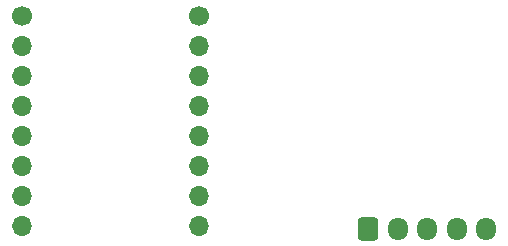
<source format=gbr>
%TF.GenerationSoftware,KiCad,Pcbnew,7.0.6-0*%
%TF.CreationDate,2023-11-24T14:46:05+00:00*%
%TF.ProjectId,TPoS Printer,54506f53-2050-4726-996e-7465722e6b69,rev?*%
%TF.SameCoordinates,Original*%
%TF.FileFunction,Soldermask,Top*%
%TF.FilePolarity,Negative*%
%FSLAX46Y46*%
G04 Gerber Fmt 4.6, Leading zero omitted, Abs format (unit mm)*
G04 Created by KiCad (PCBNEW 7.0.6-0) date 2023-11-24 14:46:05*
%MOMM*%
%LPD*%
G01*
G04 APERTURE LIST*
G04 Aperture macros list*
%AMRoundRect*
0 Rectangle with rounded corners*
0 $1 Rounding radius*
0 $2 $3 $4 $5 $6 $7 $8 $9 X,Y pos of 4 corners*
0 Add a 4 corners polygon primitive as box body*
4,1,4,$2,$3,$4,$5,$6,$7,$8,$9,$2,$3,0*
0 Add four circle primitives for the rounded corners*
1,1,$1+$1,$2,$3*
1,1,$1+$1,$4,$5*
1,1,$1+$1,$6,$7*
1,1,$1+$1,$8,$9*
0 Add four rect primitives between the rounded corners*
20,1,$1+$1,$2,$3,$4,$5,0*
20,1,$1+$1,$4,$5,$6,$7,0*
20,1,$1+$1,$6,$7,$8,$9,0*
20,1,$1+$1,$8,$9,$2,$3,0*%
G04 Aperture macros list end*
%ADD10RoundRect,0.250000X-0.600000X-0.725000X0.600000X-0.725000X0.600000X0.725000X-0.600000X0.725000X0*%
%ADD11O,1.700000X1.950000*%
%ADD12C,1.700000*%
%ADD13O,1.700000X1.700000*%
G04 APERTURE END LIST*
D10*
%TO.C,JST_XH_B5B-XH-A_1x05*%
X97376000Y-67564000D03*
D11*
X99876000Y-67564000D03*
X102376000Y-67564000D03*
X104876000Y-67564000D03*
X107376000Y-67564000D03*
%TD*%
D12*
%TO.C,REF\u002A\u002A*%
X68072000Y-49530000D03*
D13*
X68072000Y-52070000D03*
X68072000Y-54610000D03*
X68072000Y-57150000D03*
X68072000Y-59690000D03*
X68072000Y-62230000D03*
X68072000Y-64770000D03*
X68072000Y-67310000D03*
%TD*%
D12*
%TO.C,REF\u002A\u002A*%
X83072000Y-49530000D03*
D13*
X83072000Y-52070000D03*
X83072000Y-54610000D03*
X83072000Y-57150000D03*
X83072000Y-59690000D03*
X83072000Y-62230000D03*
X83072000Y-64770000D03*
X83072000Y-67310000D03*
%TD*%
M02*

</source>
